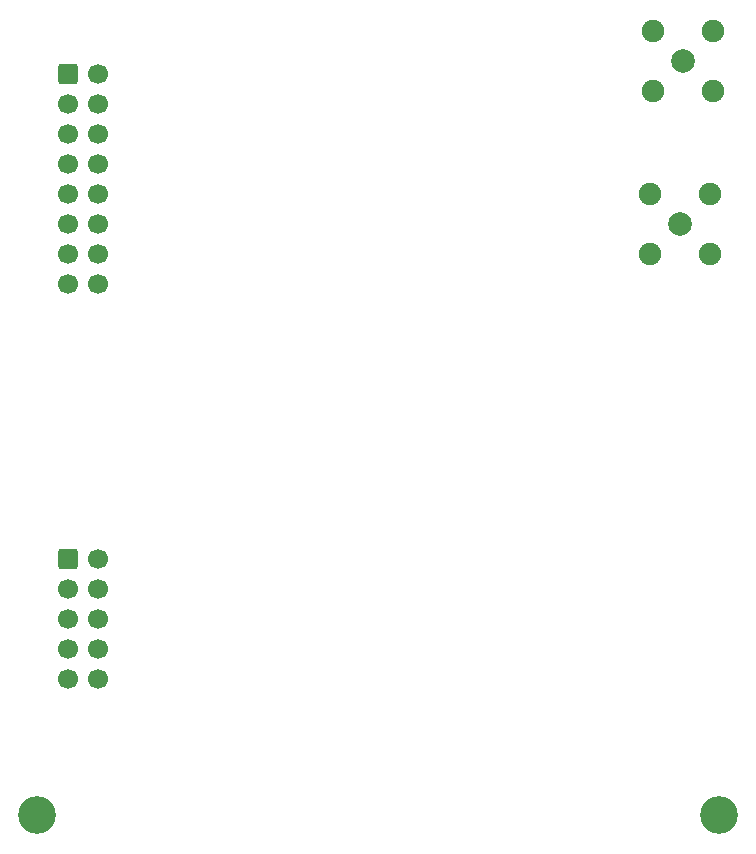
<source format=gbr>
%TF.GenerationSoftware,KiCad,Pcbnew,7.0.8*%
%TF.CreationDate,2024-01-03T10:18:07-08:00*%
%TF.ProjectId,QSE Filter,51534520-4669-46c7-9465-722e6b696361,rev?*%
%TF.SameCoordinates,Original*%
%TF.FileFunction,Soldermask,Bot*%
%TF.FilePolarity,Negative*%
%FSLAX46Y46*%
G04 Gerber Fmt 4.6, Leading zero omitted, Abs format (unit mm)*
G04 Created by KiCad (PCBNEW 7.0.8) date 2024-01-03 10:18:07*
%MOMM*%
%LPD*%
G01*
G04 APERTURE LIST*
G04 Aperture macros list*
%AMRoundRect*
0 Rectangle with rounded corners*
0 $1 Rounding radius*
0 $2 $3 $4 $5 $6 $7 $8 $9 X,Y pos of 4 corners*
0 Add a 4 corners polygon primitive as box body*
4,1,4,$2,$3,$4,$5,$6,$7,$8,$9,$2,$3,0*
0 Add four circle primitives for the rounded corners*
1,1,$1+$1,$2,$3*
1,1,$1+$1,$4,$5*
1,1,$1+$1,$6,$7*
1,1,$1+$1,$8,$9*
0 Add four rect primitives between the rounded corners*
20,1,$1+$1,$2,$3,$4,$5,0*
20,1,$1+$1,$4,$5,$6,$7,0*
20,1,$1+$1,$6,$7,$8,$9,0*
20,1,$1+$1,$8,$9,$2,$3,0*%
G04 Aperture macros list end*
%ADD10C,2.006600*%
%ADD11C,1.905000*%
%ADD12C,3.200000*%
%ADD13RoundRect,0.250000X-0.600000X-0.600000X0.600000X-0.600000X0.600000X0.600000X-0.600000X0.600000X0*%
%ADD14C,1.700000*%
G04 APERTURE END LIST*
D10*
%TO.C,J1*%
X135960000Y-54210000D03*
D11*
X133407300Y-51657300D03*
X133407300Y-56762700D03*
X138512700Y-56762700D03*
X138512700Y-51657300D03*
%TD*%
D12*
%TO.C,REF\u002A\u002A*%
X81250000Y-118000000D03*
%TD*%
D13*
%TO.C,J4*%
X83918100Y-96380000D03*
D14*
X86458100Y-96380000D03*
X83918100Y-98920000D03*
X86458100Y-98920000D03*
X83918100Y-101460000D03*
X86458100Y-101460000D03*
X83918100Y-104000000D03*
X86458100Y-104000000D03*
X83918100Y-106540000D03*
X86458100Y-106540000D03*
%TD*%
D12*
%TO.C,REF\u002A\u002A*%
X139000000Y-118000000D03*
%TD*%
D10*
%TO.C,J2*%
X135710000Y-67960000D03*
D11*
X133157300Y-65407300D03*
X133157300Y-70512700D03*
X138262700Y-70512700D03*
X138262700Y-65407300D03*
%TD*%
D13*
%TO.C,J3*%
X83918100Y-55300000D03*
D14*
X86458100Y-55300000D03*
X83918100Y-57840000D03*
X86458100Y-57840000D03*
X83918100Y-60380000D03*
X86458100Y-60380000D03*
X83918100Y-62920000D03*
X86458100Y-62920000D03*
X83918100Y-65460000D03*
X86458100Y-65460000D03*
X83918100Y-68000000D03*
X86458100Y-68000000D03*
X83918100Y-70540000D03*
X86458100Y-70540000D03*
X83918100Y-73080000D03*
X86458100Y-73080000D03*
%TD*%
M02*

</source>
